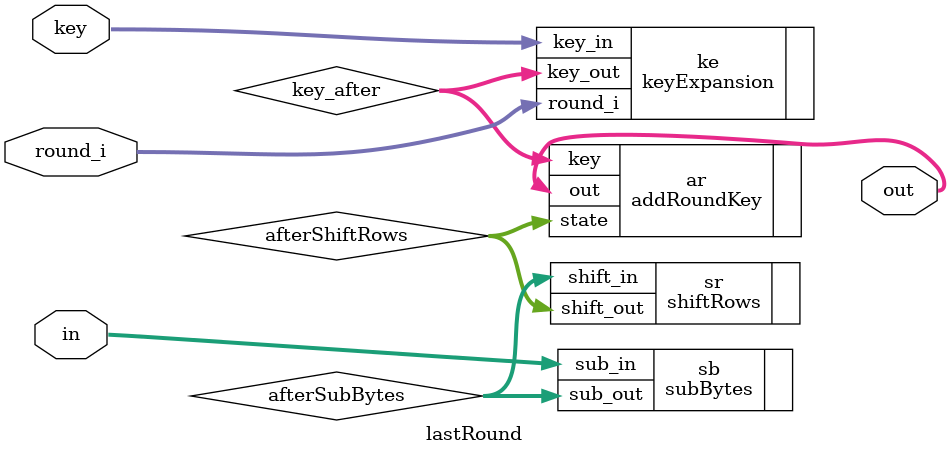
<source format=v>
module lastRound (
    input [127:0] in,
    input [127:0] key,
    input [3:0] round_i,
    output [127:0] out
);

wire [127:0] afterSubBytes;
wire [127:0] afterShiftRows;
wire [127:0] key_after;
wire [127:0] afterAddRoundKey;

subBytes sb(.sub_in(in), .sub_out(afterSubBytes));
shiftRows sr(.shift_in(afterSubBytes), .shift_out(afterShiftRows));
keyExpansion ke(.key_in(key), .round_i(round_i), .key_out(key_after));
addRoundKey ar(.state(afterShiftRows), .key(key_after), .out(out));
    
endmodule
</source>
